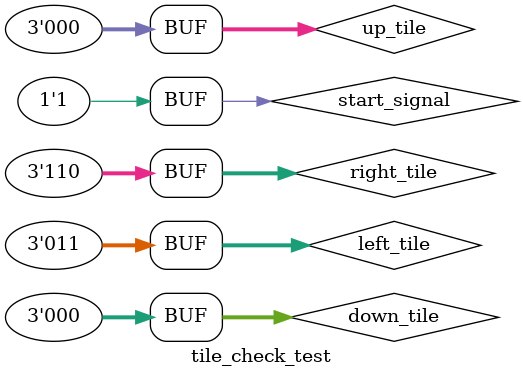
<source format=v>
module tile_check_test;


wire [5:0] tile_type;
wire endsignal;
reg [2:0] left_tile, up_tile, right_tile, down_tile;

reg start_signal = 0;
tile_check t1(tile_type, endsignal ,start_signal , up_tile, down_tile, right_tile, left_tile, );

initial
begin
	up_tile = 3'b001;	left_tile = 3'b000;	right_tile = 3'b000;	down_tile = 3'b000;
start_signal = 1;

#15	up_tile = 3'b001;	left_tile = 3'b000;	right_tile = 3'b000;	down_tile = 3'b010;
#5 start_signal = 0;
#5 start_signal = 1;
#15    	up_tile = 3'b000;	left_tile = 3'b011;	right_tile = 3'b110;	down_tile = 3'b000;	
end
endmodule





</source>
